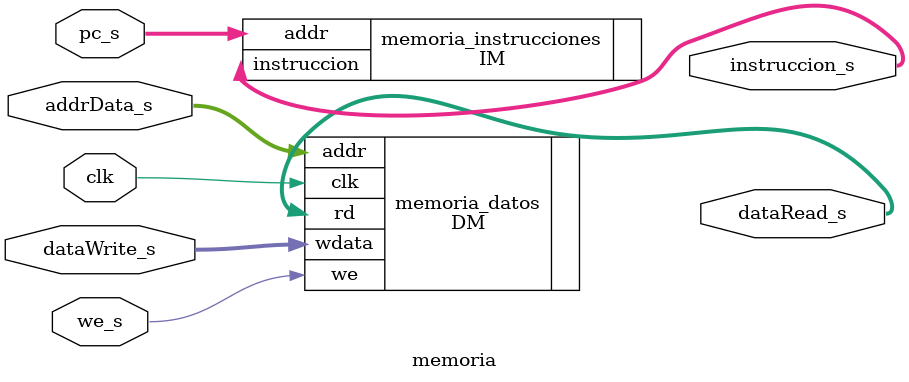
<source format=v>
module memoria (
    input wire clk, we_s,
    input wire [15:0] pc_s,addrData_s,
    input wire [31:0] dataWrite_s,
    output wire [31:0] instruccion_s,dataRead_s
);

IM memoria_instrucciones(
    .addr(pc_s),
    .instruccion(instruccion_s)
);

DM memoria_datos(
    .clk(clk),
    .we(we_s),
    .addr(addrData_s),
    .wdata(dataWrite_s),
    .rd(dataRead_s)
);

endmodule
</source>
